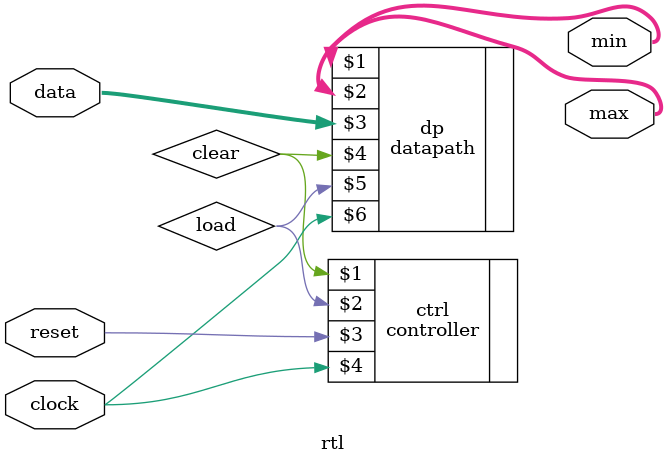
<source format=v>
module rtl(max, min, reset, data, clock);

output wire signed[0:31] max;
output wire signed[0:31] min;

wire clear;
wire load;

input wire signed[0:31] data;
input wire[0:0] reset;
input wire clock;


controller ctrl(clear, load, reset, clock);
datapath dp(min, max, data, clear, load, clock);

endmodule
</source>
